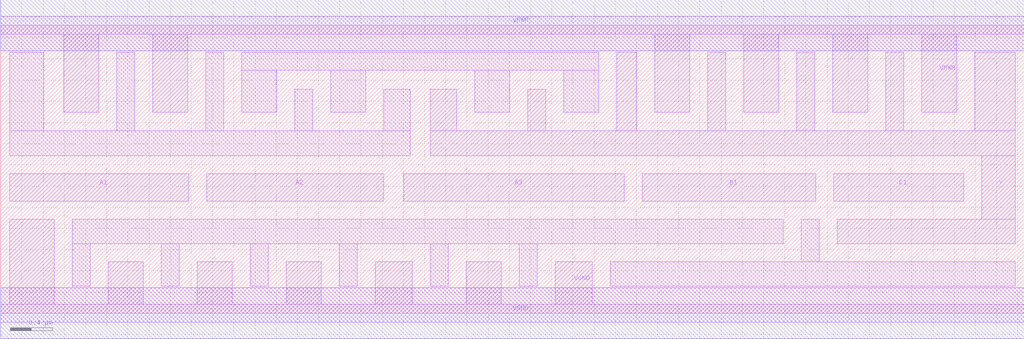
<source format=lef>
# Copyright 2020 The SkyWater PDK Authors
#
# Licensed under the Apache License, Version 2.0 (the "License");
# you may not use this file except in compliance with the License.
# You may obtain a copy of the License at
#
#     https://www.apache.org/licenses/LICENSE-2.0
#
# Unless required by applicable law or agreed to in writing, software
# distributed under the License is distributed on an "AS IS" BASIS,
# WITHOUT WARRANTIES OR CONDITIONS OF ANY KIND, either express or implied.
# See the License for the specific language governing permissions and
# limitations under the License.
#
# SPDX-License-Identifier: Apache-2.0

VERSION 5.5 ;
NAMESCASESENSITIVE ON ;
BUSBITCHARS "[]" ;
DIVIDERCHAR "/" ;
MACRO sky130_fd_sc_hd__o311ai_4
  CLASS CORE ;
  SOURCE USER ;
  ORIGIN  0.000000  0.000000 ;
  SIZE  9.660000 BY  2.720000 ;
  SYMMETRY X Y R90 ;
  SITE unithd ;
  PIN A1
    ANTENNAGATEAREA  0.990000 ;
    DIRECTION INPUT ;
    USE SIGNAL ;
    PORT
      LAYER li1 ;
        RECT 0.085000 1.055000 1.775000 1.315000 ;
    END
  END A1
  PIN A2
    ANTENNAGATEAREA  0.990000 ;
    DIRECTION INPUT ;
    USE SIGNAL ;
    PORT
      LAYER li1 ;
        RECT 1.945000 1.055000 3.615000 1.315000 ;
    END
  END A2
  PIN A3
    ANTENNAGATEAREA  0.990000 ;
    DIRECTION INPUT ;
    USE SIGNAL ;
    PORT
      LAYER li1 ;
        RECT 3.805000 1.055000 5.885000 1.315000 ;
    END
  END A3
  PIN B1
    ANTENNAGATEAREA  0.990000 ;
    DIRECTION INPUT ;
    USE SIGNAL ;
    PORT
      LAYER li1 ;
        RECT 6.055000 1.055000 7.695000 1.315000 ;
    END
  END B1
  PIN C1
    ANTENNAGATEAREA  0.990000 ;
    DIRECTION INPUT ;
    USE SIGNAL ;
    PORT
      LAYER li1 ;
        RECT 7.865000 1.055000 9.090000 1.315000 ;
    END
  END C1
  PIN Y
    ANTENNADIFFAREA  2.241000 ;
    DIRECTION OUTPUT ;
    USE SIGNAL ;
    PORT
      LAYER li1 ;
        RECT 4.055000 1.485000 9.575000 1.725000 ;
        RECT 4.055000 1.725000 4.305000 2.115000 ;
        RECT 4.975000 1.725000 5.145000 2.115000 ;
        RECT 5.815000 1.725000 6.005000 2.465000 ;
        RECT 6.675000 1.725000 6.845000 2.465000 ;
        RECT 7.515000 1.725000 7.685000 2.465000 ;
        RECT 7.895000 0.655000 9.575000 0.885000 ;
        RECT 8.355000 1.725000 8.525000 2.465000 ;
        RECT 9.195000 1.725000 9.575000 2.465000 ;
        RECT 9.260000 0.885000 9.575000 1.485000 ;
    END
  END Y
  PIN VGND
    DIRECTION INOUT ;
    SHAPE ABUTMENT ;
    USE GROUND ;
    PORT
      LAYER li1 ;
        RECT 0.000000 -0.085000 9.660000 0.085000 ;
        RECT 0.085000  0.085000 0.505000 0.885000 ;
        RECT 1.015000  0.085000 1.345000 0.485000 ;
        RECT 1.855000  0.085000 2.185000 0.485000 ;
        RECT 2.695000  0.085000 3.025000 0.485000 ;
        RECT 3.535000  0.085000 3.885000 0.485000 ;
        RECT 4.395000  0.085000 4.725000 0.485000 ;
        RECT 5.235000  0.085000 5.585000 0.485000 ;
    END
    PORT
      LAYER met1 ;
        RECT 0.000000 -0.240000 9.660000 0.240000 ;
    END
  END VGND
  PIN VPWR
    DIRECTION INOUT ;
    SHAPE ABUTMENT ;
    USE POWER ;
    PORT
      LAYER li1 ;
        RECT 0.000000 2.635000 9.660000 2.805000 ;
        RECT 0.595000 1.895000 0.925000 2.635000 ;
        RECT 1.435000 1.895000 1.765000 2.635000 ;
        RECT 6.175000 1.895000 6.505000 2.635000 ;
        RECT 7.015000 1.895000 7.345000 2.635000 ;
        RECT 7.855000 1.895000 8.185000 2.635000 ;
        RECT 8.695000 1.895000 9.025000 2.635000 ;
    END
    PORT
      LAYER met1 ;
        RECT 0.000000 2.480000 9.660000 2.960000 ;
    END
  END VPWR
  OBS
    LAYER li1 ;
      RECT 0.085000 1.485000 3.865000 1.725000 ;
      RECT 0.085000 1.725000 0.405000 2.465000 ;
      RECT 0.675000 0.255000 0.845000 0.655000 ;
      RECT 0.675000 0.655000 7.385000 0.885000 ;
      RECT 1.095000 1.725000 1.265000 2.465000 ;
      RECT 1.515000 0.255000 1.685000 0.655000 ;
      RECT 1.935000 1.725000 2.105000 2.465000 ;
      RECT 2.275000 1.895000 2.605000 2.295000 ;
      RECT 2.275000 2.295000 5.645000 2.465000 ;
      RECT 2.355000 0.255000 2.525000 0.655000 ;
      RECT 2.775000 1.725000 2.945000 2.115000 ;
      RECT 3.115000 1.895000 3.445000 2.295000 ;
      RECT 3.195000 0.255000 3.365000 0.655000 ;
      RECT 3.615000 1.725000 3.865000 2.115000 ;
      RECT 4.055000 0.255000 4.225000 0.655000 ;
      RECT 4.475000 1.895000 4.805000 2.295000 ;
      RECT 4.895000 0.255000 5.065000 0.655000 ;
      RECT 5.315000 1.895000 5.645000 2.295000 ;
      RECT 5.755000 0.255000 9.575000 0.485000 ;
      RECT 7.555000 0.485000 7.725000 0.885000 ;
  END
END sky130_fd_sc_hd__o311ai_4
END LIBRARY

</source>
